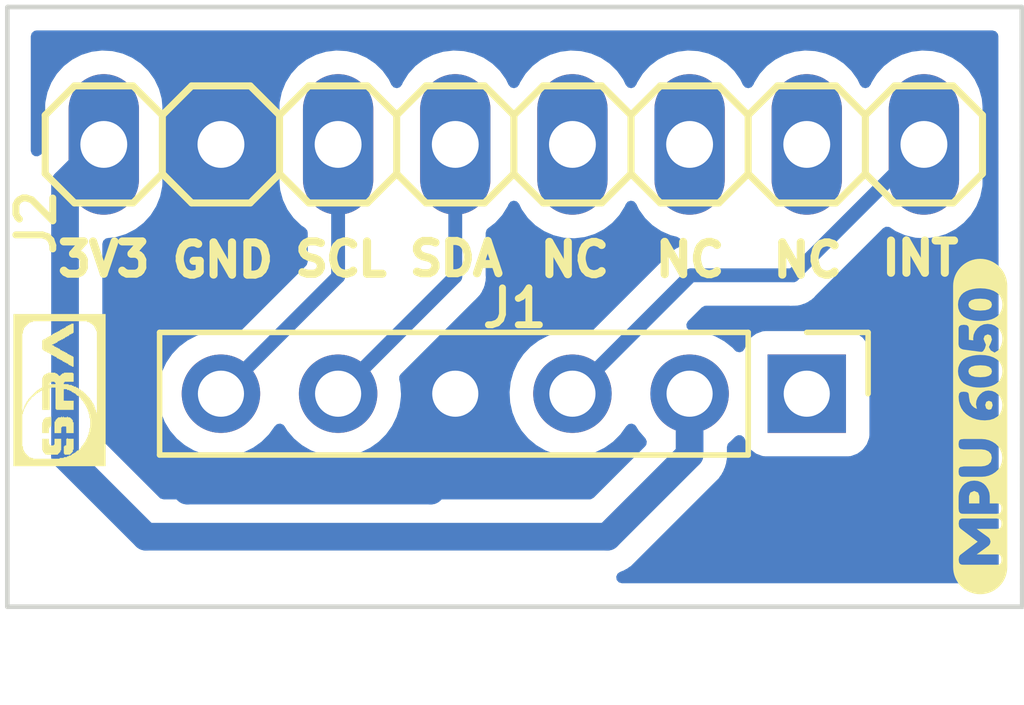
<source format=kicad_pcb>
(kicad_pcb (version 20211014) (generator pcbnew)
  (layers (0 "F.Cu" signal) (31 "B.Cu" signal) (34 "B.Paste" user) (35 "F.Paste" user) (36 "B.SilkS" user "B.Silkscreen") (37 "F.SilkS" user "F.Silkscreen") (38 "B.Mask" user) (39 "F.Mask" user) (44 "Edge.Cuts" user))
  (net 0 "")
  (net 1 "Board_0-/3V3")
  (net 2 "Board_0-/GND")
  (net 3 "Board_0-/INT")
  (net 4 "Board_0-/SCL")
  (net 5 "Board_0-/SDA")
  (net 6 "Board_0-unconnected-(J1-Pad1)")
  (net 7 "Board_0-unconnected-(J2-Pad5)")
  (net 8 "Board_0-unconnected-(J2-Pad6)")
  (net 9 "Board_0-unconnected-(J2-Pad7)")
  (footprint "kibuzzard-61F904D7" (layer "F.Cu") (at 69.22 60.371968 90)
    (fp_text reference "kibuzzard-61F904D7" hide)
    (fp_text value "G***" hide)
  )
  (footprint "component_libraries:1X08" (layer "F.Cu") (at 59.11 54.251968)
    (fp_text reference "J2" (at -9.89 2.48 90 unlocked) (layer "F.SilkS") (effects (font (size 0.8 0.8)) (justify left bottom)))
    (fp_text value "Conn_01x08_Female")
    (pad "1" thru_hole oval (at -8.89 0 90) (size 3.048 1.524) (drill 1.016) (layers *.Cu *.Mask) (net 1 "Board_0-/3V3"))
    (pad "2" thru_hole oval (at -6.35 0 90) (size 3.048 1.524) (drill 1.016) (layers *.Cu *.Mask) (net 2 "Board_0-/GND"))
    (pad "3" thru_hole oval (at -3.81 0 90) (size 3.048 1.524) (drill 1.016) (layers *.Cu *.Mask) (net 4 "Board_0-/SCL"))
    (pad "4" thru_hole oval (at -1.27 0 90) (size 3.048 1.524) (drill 1.016) (layers *.Cu *.Mask) (net 5 "Board_0-/SDA"))
    (pad "5" thru_hole oval (at 1.27 0 90) (size 3.048 1.524) (drill 1.016) (layers *.Cu *.Mask) (net 7 "Board_0-unconnected-(J2-Pad5)"))
    (pad "6" thru_hole oval (at 3.81 0 90) (size 3.048 1.524) (drill 1.016) (layers *.Cu *.Mask) (net 8 "Board_0-unconnected-(J2-Pad6)"))
    (pad "7" thru_hole oval (at 6.35 0 90) (size 3.048 1.524) (drill 1.016) (layers *.Cu *.Mask) (net 9 "Board_0-unconnected-(J2-Pad7)"))
    (pad "8" thru_hole oval (at 8.89 0 90) (size 3.048 1.524) (drill 1.016) (layers *.Cu *.Mask) (net 3 "Board_0-/INT"))
  )
  (footprint "Connector_PinHeader_2.54mm:PinHeader_1x06_P2.54mm_Vertical" (layer "F.Cu") (at 65.46 59.66 -90)
    (fp_text reference "J1" (at -1.858032 6.33 unlocked) (layer "F.SilkS") (effects (font (size 0.8 0.8))))
    (fp_text value "Conn_01x06_Male")
    (pad "1" thru_hole rect locked (at 0 0 270) (size 1.7 1.7) (drill 1) (layers *.Cu *.Mask) (net 6 "Board_0-unconnected-(J1-Pad1)"))
    (pad "2" thru_hole oval locked (at 0 2.54 270) (size 1.7 1.7) (drill 1) (layers *.Cu *.Mask) (net 1 "Board_0-/3V3"))
    (pad "3" thru_hole oval locked (at 0 5.08 270) (size 1.7 1.7) (drill 1) (layers *.Cu *.Mask) (net 3 "Board_0-/INT"))
    (pad "4" thru_hole oval locked (at 0 7.62 270) (size 1.7 1.7) (drill 1) (layers *.Cu *.Mask) (net 2 "Board_0-/GND"))
    (pad "5" thru_hole oval locked (at 0 10.16 270) (size 1.7 1.7) (drill 1) (layers *.Cu *.Mask) (net 5 "Board_0-/SDA"))
    (pad "6" thru_hole oval locked (at 0 12.7 270) (size 1.7 1.7) (drill 1) (layers *.Cu *.Mask) (net 4 "Board_0-/SCL"))
  )
  (footprint "logos:sra_logo_smallest_neg" (layer "F.Cu") (at 49.26 59.581968 90)
    (fp_text reference "G***" hide)
    (fp_text value "LOGO" hide)
  )
  (gr_line (start 48.129193 64.264919) (end 48.13 64.280969) (layer "Edge.Cuts") (width 0.1))
  (gr_line (start 70.121736 51.270996) (end 70.13 64.280969) (layer "Edge.Cuts") (width 0.1))
  (gr_line (start 48.129001 51.280969) (end 48.129193 64.264919) (layer "Edge.Cuts") (width 0.1))
  (gr_line (start 48.131929 51.273897) (end 48.129001 51.280969) (layer "Edge.Cuts") (width 0.1))
  (gr_line (start 70.121736 51.270996) (end 48.139001 51.270969) (layer "Edge.Cuts") (width 0.1))
  (gr_line (start 48.13 64.280969) (end 70.13 64.280969) (layer "Edge.Cuts") (width 0.1))
  (gr_line (start 48.139001 51.270969) (end 48.131929 51.273897) (layer "Edge.Cuts") (width 0.1))
  (gr_text "GND" (at 52.8 56.761968) (layer "F.SilkS") (effects (font (size 0.7 0.7) (thickness 0.175))))
  (gr_text "INT" (at 67.92 56.721968) (layer "F.SilkS") (effects (font (size 0.7 0.7) (thickness 0.175))))
  (gr_text "NC" (at 60.43 56.751968) (layer "F.SilkS") (effects (font (size 0.7 0.7) (thickness 0.175))))
  (gr_text "SDA" (at 57.86 56.731968) (layer "F.SilkS") (effects (font (size 0.7 0.7) (thickness 0.175))))
  (gr_text "NC\n" (at 65.48 56.761968) (layer "F.SilkS") (effects (font (size 0.7 0.7) (thickness 0.175))))
  (gr_text "3V3\n" (at 50.22 56.741968) (layer "F.SilkS") (effects (font (size 0.7 0.7) (thickness 0.175))))
  (gr_text "NC\n" (at 62.93 56.751968) (layer "F.SilkS") (effects (font (size 0.7 0.7) (thickness 0.175))))
  (gr_text "SCL\n" (at 55.36 56.741968) (layer "F.SilkS") (effects (font (size 0.7 0.7) (thickness 0.175))))
  (segment (start 50.22 54.251968) (end 49.38 55.091968) (width 0.6) (layer "B.Cu") (net 1))
  (segment (start 61.14 62.761968) (end 62.92 60.981968) (width 0.6) (layer "B.Cu") (net 1))
  (segment (start 49.38 55.091968) (end 49.38 61.011968) (width 0.6) (layer "B.Cu") (net 1))
  (segment (start 49.38 61.011968) (end 51.13 62.761968) (width 0.6) (layer "B.Cu") (net 1))
  (segment (start 62.92 60.981968) (end 62.92 59.66) (width 0.6) (layer "B.Cu") (net 1))
  (segment (start 51.13 62.761968) (end 61.14 62.761968) (width 0.6) (layer "B.Cu") (net 1))
  (segment (start 57.84 61.231968) (end 57.84 59.66) (width 0.6) (layer "B.Cu") (net 2))
  (segment (start 52.76 55.731968) (end 50.76 57.731968) (width 0.6) (layer "B.Cu") (net 2))
  (segment (start 50.76 57.731968) (end 50.76 60.491968) (width 0.6) (layer "B.Cu") (net 2))
  (segment (start 57.31 61.761968) (end 57.84 61.231968) (width 0.6) (layer "B.Cu") (net 2))
  (segment (start 52.03 61.761968) (end 57.31 61.761968) (width 0.6) (layer "B.Cu") (net 2))
  (segment (start 52.76 54.251968) (end 52.76 55.731968) (width 0.6) (layer "B.Cu") (net 2))
  (segment (start 50.76 60.491968) (end 52.03 61.761968) (width 0.6) (layer "B.Cu") (net 2))
  (segment (start 62.948032 57.091968) (end 60.38 59.66) (width 0.3) (layer "B.Cu") (net 3))
  (segment (start 68 54.251968) (end 65.16 57.091968) (width 0.3) (layer "B.Cu") (net 3))
  (segment (start 65.16 57.091968) (end 62.948032 57.091968) (width 0.3) (layer "B.Cu") (net 3))
  (segment (start 55.3 54.251968) (end 55.3 57.12) (width 0.3) (layer "B.Cu") (net 4))
  (segment (start 55.3 57.12) (end 52.76 59.66) (width 0.3) (layer "B.Cu") (net 4))
  (segment (start 57.84 54.251968) (end 57.84 57.12) (width 0.3) (layer "B.Cu") (net 5))
  (segment (start 57.84 57.12) (end 55.3 59.66) (width 0.3) (layer "B.Cu") (net 5))
  (zone (net 2) (net_name "Board_0-/GND") (layer "B.Cu") (connect_pads yes (clearance 0.508)) (min_thickness 0.254) (fill yes (thermal_gap 0.508) (thermal_bridge_width 0.508))
    (polygon (pts (xy 70.13 64.271968) (xy 48.13 64.271968) (xy 48.13 51.271968) (xy 70.13 51.271968)))
  )
)
</source>
